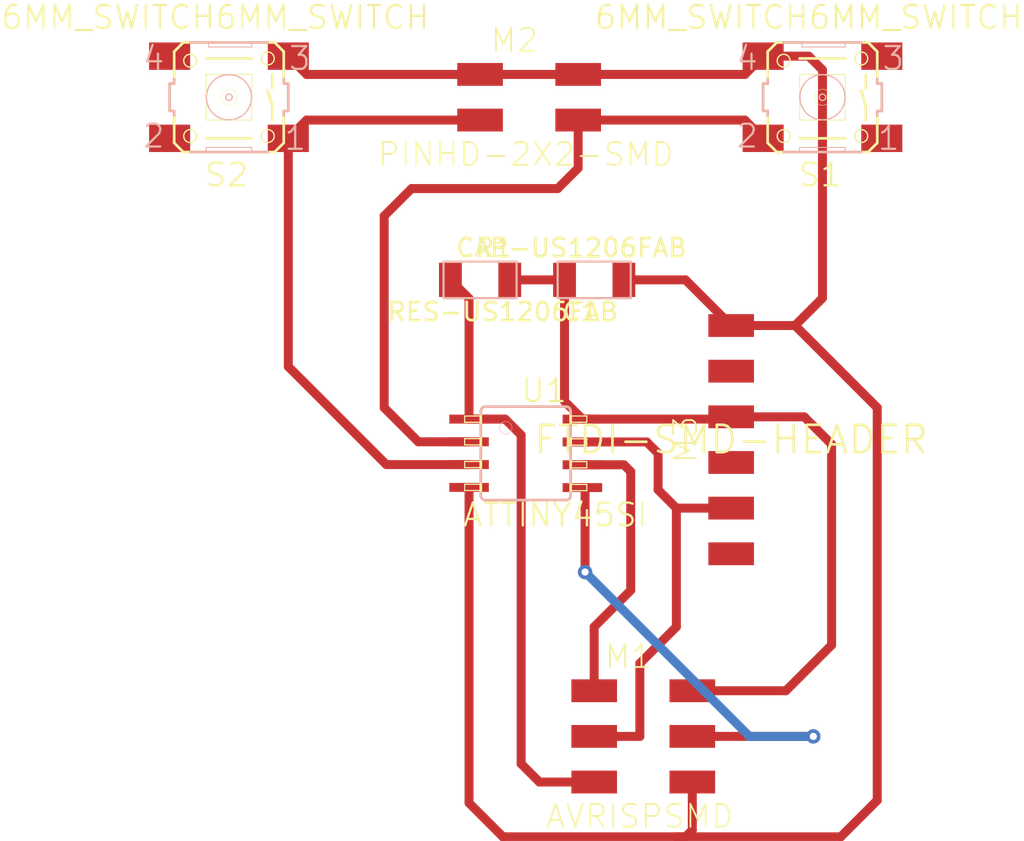
<source format=kicad_pcb>
(kicad_pcb (version 20171130) (host pcbnew 5.0.2-bee76a0~70~ubuntu18.04.1)

  (general
    (thickness 1.6)
    (drawings 0)
    (tracks 76)
    (zones 0)
    (modules 8)
    (nets 16)
  )

  (page A4)
  (layers
    (0 F.Cu signal)
    (31 B.Cu signal)
    (32 B.Adhes user)
    (33 F.Adhes user)
    (34 B.Paste user)
    (35 F.Paste user)
    (36 B.SilkS user)
    (37 F.SilkS user)
    (38 B.Mask user)
    (39 F.Mask user)
    (40 Dwgs.User user)
    (41 Cmts.User user)
    (42 Eco1.User user)
    (43 Eco2.User user)
    (44 Edge.Cuts user)
    (45 Margin user)
    (46 B.CrtYd user)
    (47 F.CrtYd user)
    (48 B.Fab user)
    (49 F.Fab user)
  )

  (setup
    (last_trace_width 0.5)
    (trace_clearance 0.5)
    (zone_clearance 0.508)
    (zone_45_only no)
    (trace_min 0.2)
    (segment_width 0.2)
    (edge_width 0.15)
    (via_size 0.8)
    (via_drill 0.4)
    (via_min_size 0.4)
    (via_min_drill 0.3)
    (uvia_size 0.3)
    (uvia_drill 0.1)
    (uvias_allowed no)
    (uvia_min_size 0.2)
    (uvia_min_drill 0.1)
    (pcb_text_width 0.3)
    (pcb_text_size 1.5 1.5)
    (mod_edge_width 0.15)
    (mod_text_size 1 1)
    (mod_text_width 0.15)
    (pad_size 1.524 1.524)
    (pad_drill 0.762)
    (pad_to_mask_clearance 0.051)
    (solder_mask_min_width 0.25)
    (aux_axis_origin 106.68 116.84)
    (visible_elements FFFFFF7F)
    (pcbplotparams
      (layerselection 0x00000_7fffffff)
      (usegerberextensions false)
      (usegerberattributes false)
      (usegerberadvancedattributes false)
      (creategerberjobfile false)
      (excludeedgelayer true)
      (linewidth 0.100000)
      (plotframeref false)
      (viasonmask false)
      (mode 1)
      (useauxorigin true)
      (hpglpennumber 1)
      (hpglpenspeed 20)
      (hpglpendiameter 15.000000)
      (psnegative false)
      (psa4output false)
      (plotreference true)
      (plotvalue true)
      (plotinvisibletext false)
      (padsonsilk false)
      (subtractmaskfromsilk false)
      (outputformat 1)
      (mirror false)
      (drillshape 0)
      (scaleselection 1)
      (outputdirectory ""))
  )

  (net 0 "")
  (net 1 "Net-(M1-Pad5)")
  (net 2 "Net-(M2-Pad4)")
  (net 3 "Net-(M2-Pad3)")
  (net 4 "Net-(C1-Pad1)")
  (net 5 "Net-(M1-Pad4)")
  (net 6 "Net-(M1-Pad1)")
  (net 7 "Net-(M1-Pad3)")
  (net 8 "Net-(C1-Pad2)")
  (net 9 "Net-(S1-Pad3)")
  (net 10 "Net-(S2-Pad2)")
  (net 11 "Net-(M3-Pad2)")
  (net 12 "Net-(M3-Pad4)")
  (net 13 "Net-(M3-Pad6)")
  (net 14 "Net-(S2-Pad4)")
  (net 15 "Net-(S1-Pad1)")

  (net_class Default "This is the default net class."
    (clearance 0.5)
    (trace_width 0.5)
    (via_dia 0.8)
    (via_drill 0.4)
    (uvia_dia 0.3)
    (uvia_drill 0.1)
    (add_net "Net-(C1-Pad1)")
    (add_net "Net-(C1-Pad2)")
    (add_net "Net-(M1-Pad1)")
    (add_net "Net-(M1-Pad3)")
    (add_net "Net-(M1-Pad4)")
    (add_net "Net-(M1-Pad5)")
    (add_net "Net-(M2-Pad3)")
    (add_net "Net-(M2-Pad4)")
    (add_net "Net-(M3-Pad2)")
    (add_net "Net-(M3-Pad4)")
    (add_net "Net-(M3-Pad6)")
    (add_net "Net-(S1-Pad1)")
    (add_net "Net-(S1-Pad3)")
    (add_net "Net-(S2-Pad2)")
    (add_net "Net-(S2-Pad4)")
  )

  (module fab:fab-1X06SMD (layer F.Cu) (tedit 200000) (tstamp 5CC847F4)
    (at 142.24 90.17)
    (path /5CA415AD)
    (attr smd)
    (fp_text reference M3 (at -2.54 0 90) (layer F.SilkS)
      (effects (font (size 1.27 1.27) (thickness 0.1016)))
    )
    (fp_text value FTDI-SMD-HEADER (at 0 0) (layer F.SilkS)
      (effects (font (size 1.524 1.524) (thickness 0.15)))
    )
    (pad 1 smd rect (at 0 -6.35) (size 2.54 1.27) (layers F.Cu F.Paste F.Mask)
      (net 4 "Net-(C1-Pad1)"))
    (pad 2 smd rect (at 0 -3.81) (size 2.54 1.27) (layers F.Cu F.Paste F.Mask)
      (net 11 "Net-(M3-Pad2)"))
    (pad 3 smd rect (at 0 -1.27) (size 2.54 1.27) (layers F.Cu F.Paste F.Mask)
      (net 8 "Net-(C1-Pad2)"))
    (pad 4 smd rect (at 0 1.27) (size 2.54 1.27) (layers F.Cu F.Paste F.Mask)
      (net 12 "Net-(M3-Pad4)"))
    (pad 5 smd rect (at 0 3.81) (size 2.54 1.27) (layers F.Cu F.Paste F.Mask)
      (net 7 "Net-(M1-Pad3)"))
    (pad 6 smd rect (at 0 6.35) (size 2.54 1.27) (layers F.Cu F.Paste F.Mask)
      (net 13 "Net-(M3-Pad6)"))
    (model Pin_Headers.3dshapes/Pin_Header_Angled_1x06.wrl
      (at (xyz 0 0 0))
      (scale (xyz 1 1 1))
      (rotate (xyz 0 0 90))
    )
  )

  (module fab:fab-2X02SMD (layer F.Cu) (tedit 200000) (tstamp 5CC84ABF)
    (at 130.81 71.12)
    (path /5CA4175A)
    (attr smd)
    (fp_text reference M2 (at -0.635 -3.175) (layer F.SilkS)
      (effects (font (size 1.27 1.27) (thickness 0.1016)))
    )
    (fp_text value PINHD-2X2-SMD (at 0 3.175) (layer F.SilkS)
      (effects (font (size 1.27 1.27) (thickness 0.1016)))
    )
    (pad 1 smd rect (at -2.54 -1.27) (size 2.54 1.27) (layers F.Cu F.Paste F.Mask)
      (net 4 "Net-(C1-Pad1)"))
    (pad 2 smd rect (at 2.91846 -1.27) (size 2.54 1.27) (layers F.Cu F.Paste F.Mask)
      (net 4 "Net-(C1-Pad1)"))
    (pad 3 smd rect (at -2.54 1.27) (size 2.54 1.27) (layers F.Cu F.Paste F.Mask)
      (net 3 "Net-(M2-Pad3)"))
    (pad 4 smd rect (at 2.91846 1.27) (size 2.54 1.27) (layers F.Cu F.Paste F.Mask)
      (net 2 "Net-(M2-Pad4)"))
  )

  (module fab:fab-2X03SMD (layer F.Cu) (tedit 200000) (tstamp 5CC847E2)
    (at 137.16 106.68)
    (path /5CA412F4)
    (attr smd)
    (fp_text reference M1 (at -0.635 -4.445) (layer F.SilkS)
      (effects (font (size 1.27 1.27) (thickness 0.1016)))
    )
    (fp_text value AVRISPSMD (at 0 4.445) (layer F.SilkS)
      (effects (font (size 1.27 1.27) (thickness 0.1016)))
    )
    (pad 1 smd rect (at -2.54 -2.54) (size 2.54 1.27) (layers F.Cu F.Paste F.Mask)
      (net 6 "Net-(M1-Pad1)"))
    (pad 2 smd rect (at 2.91846 -2.54) (size 2.54 1.27) (layers F.Cu F.Paste F.Mask)
      (net 8 "Net-(C1-Pad2)"))
    (pad 3 smd rect (at -2.54 0) (size 2.54 1.27) (layers F.Cu F.Paste F.Mask)
      (net 7 "Net-(M1-Pad3)"))
    (pad 4 smd rect (at 2.91846 0) (size 2.54 1.27) (layers F.Cu F.Paste F.Mask)
      (net 5 "Net-(M1-Pad4)"))
    (pad 5 smd rect (at -2.54 2.54) (size 2.54 1.27) (layers F.Cu F.Paste F.Mask)
      (net 1 "Net-(M1-Pad5)"))
    (pad 6 smd rect (at 2.91846 2.54) (size 2.54 1.27) (layers F.Cu F.Paste F.Mask)
      (net 4 "Net-(C1-Pad1)"))
    (model Pin_Headers.3dshapes/Pin_Header_Straight_2x03.wrl
      (at (xyz 0 0 0))
      (scale (xyz 1 1 1))
      (rotate (xyz 0 0 -90))
    )
  )

  (module fab:fab-6MM_SWITCH (layer F.Cu) (tedit 200000) (tstamp 5CC847D8)
    (at 114.3 71.12 180)
    (descr "OMRON SWITCH")
    (tags "OMRON SWITCH")
    (path /5CA42350)
    (attr smd)
    (fp_text reference S2 (at 0.127 -4.318 180) (layer F.SilkS)
      (effects (font (size 1.27 1.27) (thickness 0.127)))
    )
    (fp_text value 6MM_SWITCH6MM_SWITCH (at 0.762 4.445 180) (layer F.SilkS)
      (effects (font (size 1.27 1.27) (thickness 0.127)))
    )
    (fp_text user 4 (at 4.191 2.159 180) (layer B.SilkS)
      (effects (font (size 1.27 1.27) (thickness 0.127)))
    )
    (fp_text user 3 (at -3.937 2.159 180) (layer B.SilkS)
      (effects (font (size 1.27 1.27) (thickness 0.127)))
    )
    (fp_text user 2 (at 4.191 -2.159 180) (layer B.SilkS)
      (effects (font (size 1.27 1.27) (thickness 0.127)))
    )
    (fp_text user 1 (at -3.683 -2.286 180) (layer B.SilkS)
      (effects (font (size 1.27 1.27) (thickness 0.127)))
    )
    (fp_circle (center 0 0) (end -0.127 0.127) (layer B.SilkS) (width 0.0762))
    (fp_circle (center 0 0) (end -0.3175 0.3175) (layer F.SilkS) (width 0.0254))
    (fp_circle (center -2.159 -2.159) (end -2.413 -2.413) (layer F.SilkS) (width 0.0762))
    (fp_circle (center 2.159 -2.159) (end 2.413 -2.413) (layer F.SilkS) (width 0.0762))
    (fp_circle (center 2.159 2.032) (end 2.413 2.286) (layer F.SilkS) (width 0.0762))
    (fp_circle (center -2.159 2.159) (end -2.413 2.413) (layer F.SilkS) (width 0.0762))
    (fp_circle (center 0 0) (end -0.889 0.889) (layer B.SilkS) (width 0.0762))
    (fp_line (start -2.413 -0.508) (end -2.159 0.381) (layer F.SilkS) (width 0.1524))
    (fp_line (start -2.413 0.508) (end -2.413 1.27) (layer F.SilkS) (width 0.1524))
    (fp_line (start -2.413 -1.27) (end -2.413 -0.508) (layer F.SilkS) (width 0.1524))
    (fp_line (start 1.27 -2.286) (end -1.27 -2.286) (layer F.SilkS) (width 0.1524))
    (fp_line (start -1.27 2.159) (end 1.27 2.159) (layer F.SilkS) (width 0.1524))
    (fp_line (start -3.048 -0.762) (end -3.048 -1.016) (layer B.SilkS) (width 0.1524))
    (fp_line (start -3.048 0.762) (end -3.048 1.016) (layer B.SilkS) (width 0.1524))
    (fp_line (start 3.048 -0.762) (end 3.048 -1.016) (layer B.SilkS) (width 0.1524))
    (fp_line (start 3.048 0.762) (end 3.048 1.016) (layer B.SilkS) (width 0.1524))
    (fp_line (start 1.143 3.048) (end 2.159 3.048) (layer B.SilkS) (width 0.1524))
    (fp_line (start -1.27 3.048) (end 1.143 3.048) (layer B.SilkS) (width 0.1524))
    (fp_line (start -1.27 -3.048) (end -2.159 -3.048) (layer B.SilkS) (width 0.1524))
    (fp_line (start 1.27 -3.048) (end -1.27 -3.048) (layer B.SilkS) (width 0.1524))
    (fp_line (start 2.159 -3.048) (end 1.27 -3.048) (layer B.SilkS) (width 0.1524))
    (fp_line (start 2.54 -3.048) (end 2.159 -3.048) (layer F.SilkS) (width 0.1524))
    (fp_line (start -2.54 -3.048) (end -2.159 -3.048) (layer F.SilkS) (width 0.1524))
    (fp_line (start -2.159 3.048) (end -1.27 3.048) (layer B.SilkS) (width 0.1524))
    (fp_line (start -2.54 3.048) (end -2.159 3.048) (layer F.SilkS) (width 0.1524))
    (fp_line (start 2.54 3.048) (end 2.159 3.048) (layer F.SilkS) (width 0.1524))
    (fp_line (start -1.27 2.794) (end -1.27 3.048) (layer B.SilkS) (width 0.0508))
    (fp_line (start 1.143 2.794) (end 1.143 3.048) (layer B.SilkS) (width 0.0508))
    (fp_line (start 1.143 2.794) (end -1.27 2.794) (layer B.SilkS) (width 0.0508))
    (fp_line (start 1.27 -2.794) (end 1.27 -3.048) (layer B.SilkS) (width 0.0508))
    (fp_line (start 1.27 -2.794) (end -1.27 -2.794) (layer B.SilkS) (width 0.0508))
    (fp_line (start -1.27 -3.048) (end -1.27 -2.794) (layer B.SilkS) (width 0.0508))
    (fp_line (start -1.27 -1.27) (end 1.27 -1.27) (layer F.SilkS) (width 0.0508))
    (fp_line (start 1.27 1.27) (end 1.27 -1.27) (layer F.SilkS) (width 0.0508))
    (fp_line (start 1.27 1.27) (end -1.27 1.27) (layer F.SilkS) (width 0.0508))
    (fp_line (start -1.27 -1.27) (end -1.27 1.27) (layer F.SilkS) (width 0.0508))
    (fp_line (start -3.048 2.54) (end -3.048 1.016) (layer F.SilkS) (width 0.1524))
    (fp_line (start -2.54 3.048) (end -3.048 2.54) (layer F.SilkS) (width 0.1524))
    (fp_line (start -3.048 -2.54) (end -3.048 -1.016) (layer F.SilkS) (width 0.1524))
    (fp_line (start -2.54 -3.048) (end -3.048 -2.54) (layer F.SilkS) (width 0.1524))
    (fp_line (start 3.048 2.54) (end 3.048 1.016) (layer F.SilkS) (width 0.1524))
    (fp_line (start 2.54 3.048) (end 3.048 2.54) (layer F.SilkS) (width 0.1524))
    (fp_line (start 3.048 -2.54) (end 2.54 -3.048) (layer F.SilkS) (width 0.1524))
    (fp_line (start -3.048 0.762) (end -3.302 0.762) (layer B.SilkS) (width 0.1524))
    (fp_line (start -3.302 -0.762) (end -3.302 0.762) (layer B.SilkS) (width 0.1524))
    (fp_line (start -3.302 -0.762) (end -3.048 -0.762) (layer B.SilkS) (width 0.1524))
    (fp_line (start 3.048 -1.016) (end 3.048 -2.54) (layer F.SilkS) (width 0.1524))
    (fp_line (start 3.048 -0.762) (end 3.302 -0.762) (layer B.SilkS) (width 0.1524))
    (fp_line (start 3.302 0.762) (end 3.302 -0.762) (layer B.SilkS) (width 0.1524))
    (fp_line (start 3.302 0.762) (end 3.048 0.762) (layer B.SilkS) (width 0.1524))
    (pad 4 smd rect (at 3.302 2.286 180) (size 2.286 1.524) (layers F.Cu F.Paste F.Mask)
      (net 14 "Net-(S2-Pad4)"))
    (pad 3 smd rect (at -3.302 2.286 180) (size 2.286 1.524) (layers F.Cu F.Paste F.Mask)
      (net 4 "Net-(C1-Pad1)"))
    (pad 2 smd rect (at 3.302 -2.286 180) (size 2.286 1.524) (layers F.Cu F.Paste F.Mask)
      (net 10 "Net-(S2-Pad2)"))
    (pad 1 smd rect (at -3.302 -2.286 180) (size 2.286 1.524) (layers F.Cu F.Paste F.Mask)
      (net 3 "Net-(M2-Pad3)"))
    (model Buttons_Switches_SMD.3dshapes/SW_SPST_PTS645.wrl
      (at (xyz 0 0 0))
      (scale (xyz 1 1 1))
      (rotate (xyz 0 0 0))
    )
  )

  (module fab:fab-6MM_SWITCH (layer F.Cu) (tedit 200000) (tstamp 5CC8479A)
    (at 147.32 71.12 180)
    (descr "OMRON SWITCH")
    (tags "OMRON SWITCH")
    (path /5CA4161A)
    (attr smd)
    (fp_text reference S1 (at 0.127 -4.318 180) (layer F.SilkS)
      (effects (font (size 1.27 1.27) (thickness 0.127)))
    )
    (fp_text value 6MM_SWITCH6MM_SWITCH (at 0.762 4.445 180) (layer F.SilkS)
      (effects (font (size 1.27 1.27) (thickness 0.127)))
    )
    (fp_line (start 3.302 0.762) (end 3.048 0.762) (layer B.SilkS) (width 0.1524))
    (fp_line (start 3.302 0.762) (end 3.302 -0.762) (layer B.SilkS) (width 0.1524))
    (fp_line (start 3.048 -0.762) (end 3.302 -0.762) (layer B.SilkS) (width 0.1524))
    (fp_line (start 3.048 -1.016) (end 3.048 -2.54) (layer F.SilkS) (width 0.1524))
    (fp_line (start -3.302 -0.762) (end -3.048 -0.762) (layer B.SilkS) (width 0.1524))
    (fp_line (start -3.302 -0.762) (end -3.302 0.762) (layer B.SilkS) (width 0.1524))
    (fp_line (start -3.048 0.762) (end -3.302 0.762) (layer B.SilkS) (width 0.1524))
    (fp_line (start 3.048 -2.54) (end 2.54 -3.048) (layer F.SilkS) (width 0.1524))
    (fp_line (start 2.54 3.048) (end 3.048 2.54) (layer F.SilkS) (width 0.1524))
    (fp_line (start 3.048 2.54) (end 3.048 1.016) (layer F.SilkS) (width 0.1524))
    (fp_line (start -2.54 -3.048) (end -3.048 -2.54) (layer F.SilkS) (width 0.1524))
    (fp_line (start -3.048 -2.54) (end -3.048 -1.016) (layer F.SilkS) (width 0.1524))
    (fp_line (start -2.54 3.048) (end -3.048 2.54) (layer F.SilkS) (width 0.1524))
    (fp_line (start -3.048 2.54) (end -3.048 1.016) (layer F.SilkS) (width 0.1524))
    (fp_line (start -1.27 -1.27) (end -1.27 1.27) (layer F.SilkS) (width 0.0508))
    (fp_line (start 1.27 1.27) (end -1.27 1.27) (layer F.SilkS) (width 0.0508))
    (fp_line (start 1.27 1.27) (end 1.27 -1.27) (layer F.SilkS) (width 0.0508))
    (fp_line (start -1.27 -1.27) (end 1.27 -1.27) (layer F.SilkS) (width 0.0508))
    (fp_line (start -1.27 -3.048) (end -1.27 -2.794) (layer B.SilkS) (width 0.0508))
    (fp_line (start 1.27 -2.794) (end -1.27 -2.794) (layer B.SilkS) (width 0.0508))
    (fp_line (start 1.27 -2.794) (end 1.27 -3.048) (layer B.SilkS) (width 0.0508))
    (fp_line (start 1.143 2.794) (end -1.27 2.794) (layer B.SilkS) (width 0.0508))
    (fp_line (start 1.143 2.794) (end 1.143 3.048) (layer B.SilkS) (width 0.0508))
    (fp_line (start -1.27 2.794) (end -1.27 3.048) (layer B.SilkS) (width 0.0508))
    (fp_line (start 2.54 3.048) (end 2.159 3.048) (layer F.SilkS) (width 0.1524))
    (fp_line (start -2.54 3.048) (end -2.159 3.048) (layer F.SilkS) (width 0.1524))
    (fp_line (start -2.159 3.048) (end -1.27 3.048) (layer B.SilkS) (width 0.1524))
    (fp_line (start -2.54 -3.048) (end -2.159 -3.048) (layer F.SilkS) (width 0.1524))
    (fp_line (start 2.54 -3.048) (end 2.159 -3.048) (layer F.SilkS) (width 0.1524))
    (fp_line (start 2.159 -3.048) (end 1.27 -3.048) (layer B.SilkS) (width 0.1524))
    (fp_line (start 1.27 -3.048) (end -1.27 -3.048) (layer B.SilkS) (width 0.1524))
    (fp_line (start -1.27 -3.048) (end -2.159 -3.048) (layer B.SilkS) (width 0.1524))
    (fp_line (start -1.27 3.048) (end 1.143 3.048) (layer B.SilkS) (width 0.1524))
    (fp_line (start 1.143 3.048) (end 2.159 3.048) (layer B.SilkS) (width 0.1524))
    (fp_line (start 3.048 0.762) (end 3.048 1.016) (layer B.SilkS) (width 0.1524))
    (fp_line (start 3.048 -0.762) (end 3.048 -1.016) (layer B.SilkS) (width 0.1524))
    (fp_line (start -3.048 0.762) (end -3.048 1.016) (layer B.SilkS) (width 0.1524))
    (fp_line (start -3.048 -0.762) (end -3.048 -1.016) (layer B.SilkS) (width 0.1524))
    (fp_line (start -1.27 2.159) (end 1.27 2.159) (layer F.SilkS) (width 0.1524))
    (fp_line (start 1.27 -2.286) (end -1.27 -2.286) (layer F.SilkS) (width 0.1524))
    (fp_line (start -2.413 -1.27) (end -2.413 -0.508) (layer F.SilkS) (width 0.1524))
    (fp_line (start -2.413 0.508) (end -2.413 1.27) (layer F.SilkS) (width 0.1524))
    (fp_line (start -2.413 -0.508) (end -2.159 0.381) (layer F.SilkS) (width 0.1524))
    (fp_circle (center 0 0) (end -0.889 0.889) (layer B.SilkS) (width 0.0762))
    (fp_circle (center -2.159 2.159) (end -2.413 2.413) (layer F.SilkS) (width 0.0762))
    (fp_circle (center 2.159 2.032) (end 2.413 2.286) (layer F.SilkS) (width 0.0762))
    (fp_circle (center 2.159 -2.159) (end 2.413 -2.413) (layer F.SilkS) (width 0.0762))
    (fp_circle (center -2.159 -2.159) (end -2.413 -2.413) (layer F.SilkS) (width 0.0762))
    (fp_circle (center 0 0) (end -0.3175 0.3175) (layer F.SilkS) (width 0.0254))
    (fp_circle (center 0 0) (end -0.127 0.127) (layer B.SilkS) (width 0.0762))
    (fp_text user 1 (at -3.683 -2.286 180) (layer B.SilkS)
      (effects (font (size 1.27 1.27) (thickness 0.127)))
    )
    (fp_text user 2 (at 4.191 -2.159 180) (layer B.SilkS)
      (effects (font (size 1.27 1.27) (thickness 0.127)))
    )
    (fp_text user 3 (at -3.937 2.159 180) (layer B.SilkS)
      (effects (font (size 1.27 1.27) (thickness 0.127)))
    )
    (fp_text user 4 (at 4.191 2.159 180) (layer B.SilkS)
      (effects (font (size 1.27 1.27) (thickness 0.127)))
    )
    (pad 1 smd rect (at -3.302 -2.286 180) (size 2.286 1.524) (layers F.Cu F.Paste F.Mask)
      (net 15 "Net-(S1-Pad1)"))
    (pad 2 smd rect (at 3.302 -2.286 180) (size 2.286 1.524) (layers F.Cu F.Paste F.Mask)
      (net 2 "Net-(M2-Pad4)"))
    (pad 3 smd rect (at -3.302 2.286 180) (size 2.286 1.524) (layers F.Cu F.Paste F.Mask)
      (net 9 "Net-(S1-Pad3)"))
    (pad 4 smd rect (at 3.302 2.286 180) (size 2.286 1.524) (layers F.Cu F.Paste F.Mask)
      (net 4 "Net-(C1-Pad1)"))
    (model Buttons_Switches_SMD.3dshapes/SW_SPST_PTS645.wrl
      (at (xyz 0 0 0))
      (scale (xyz 1 1 1))
      (rotate (xyz 0 0 0))
    )
  )

  (module fab:fab-C1206FAB (layer F.Cu) (tedit 200000) (tstamp 5CC8475C)
    (at 134.62 81.28 180)
    (path /5CA41514)
    (attr smd)
    (fp_text reference C1 (at 0.762 -1.778 180) (layer F.SilkS)
      (effects (font (size 1.016 1.016) (thickness 0.1524)))
    )
    (fp_text value CAP-US1206FAB (at 1.27 1.778 180) (layer F.SilkS)
      (effects (font (size 1.016 1.016) (thickness 0.1524)))
    )
    (fp_line (start -2.032 -1.016) (end 2.032 -1.016) (layer B.SilkS) (width 0.127))
    (fp_line (start 2.032 -1.016) (end 2.032 1.016) (layer B.SilkS) (width 0.127))
    (fp_line (start 2.032 1.016) (end -2.032 1.016) (layer B.SilkS) (width 0.127))
    (fp_line (start -2.032 1.016) (end -2.032 -1.016) (layer B.SilkS) (width 0.127))
    (pad 1 smd rect (at -1.651 0 180) (size 1.27 1.905) (layers F.Cu F.Paste F.Mask)
      (net 4 "Net-(C1-Pad1)"))
    (pad 2 smd rect (at 1.651 0 180) (size 1.27 1.905) (layers F.Cu F.Paste F.Mask)
      (net 8 "Net-(C1-Pad2)"))
  )

  (module fab:fab-R1206FAB (layer F.Cu) (tedit 200000) (tstamp 5CC84752)
    (at 128.27 81.28)
    (path /5CA4146D)
    (attr smd)
    (fp_text reference R1 (at 0.762 -1.778) (layer F.SilkS)
      (effects (font (size 1.016 1.016) (thickness 0.1524)))
    )
    (fp_text value RES-US1206FAB (at 1.27 1.778) (layer F.SilkS)
      (effects (font (size 1.016 1.016) (thickness 0.1524)))
    )
    (fp_line (start -2.032 -1.016) (end 2.032 -1.016) (layer B.SilkS) (width 0.127))
    (fp_line (start 2.032 -1.016) (end 2.032 1.016) (layer B.SilkS) (width 0.127))
    (fp_line (start 2.032 1.016) (end -2.032 1.016) (layer B.SilkS) (width 0.127))
    (fp_line (start -2.032 1.016) (end -2.032 -1.016) (layer B.SilkS) (width 0.127))
    (pad 1 smd rect (at -1.651 0) (size 1.27 1.905) (layers F.Cu F.Paste F.Mask)
      (net 1 "Net-(M1-Pad5)"))
    (pad 2 smd rect (at 1.651 0) (size 1.27 1.905) (layers F.Cu F.Paste F.Mask)
      (net 8 "Net-(C1-Pad2)"))
  )

  (module fab:fab-SOIC8 (layer F.Cu) (tedit 200000) (tstamp 5CC84748)
    (at 130.81 90.932 270)
    (descr "WIDE PLASTIC GULL WING SMALL OUTLINE PACKAGE")
    (tags "WIDE PLASTIC GULL WING SMALL OUTLINE PACKAGE")
    (path /5CA41190)
    (attr smd)
    (fp_text reference U1 (at -3.4925 -1.016) (layer F.SilkS)
      (effects (font (size 1.27 1.27) (thickness 0.127)))
    )
    (fp_text value ATTINY45SI (at 3.429 -1.651) (layer F.SilkS)
      (effects (font (size 1.27 1.27) (thickness 0.127)))
    )
    (fp_line (start -2.07772 -2.49936) (end -1.72974 -2.49936) (layer F.SilkS) (width 0.06604))
    (fp_line (start -1.72974 -2.49936) (end -1.72974 -3.39852) (layer F.SilkS) (width 0.06604))
    (fp_line (start -2.07772 -3.39852) (end -1.72974 -3.39852) (layer F.SilkS) (width 0.06604))
    (fp_line (start -2.07772 -2.49936) (end -2.07772 -3.39852) (layer F.SilkS) (width 0.06604))
    (fp_line (start -0.80772 -2.49936) (end -0.45974 -2.49936) (layer F.SilkS) (width 0.06604))
    (fp_line (start -0.45974 -2.49936) (end -0.45974 -3.39852) (layer F.SilkS) (width 0.06604))
    (fp_line (start -0.80772 -3.39852) (end -0.45974 -3.39852) (layer F.SilkS) (width 0.06604))
    (fp_line (start -0.80772 -2.49936) (end -0.80772 -3.39852) (layer F.SilkS) (width 0.06604))
    (fp_line (start 0.45974 -2.49936) (end 0.80772 -2.49936) (layer F.SilkS) (width 0.06604))
    (fp_line (start 0.80772 -2.49936) (end 0.80772 -3.39852) (layer F.SilkS) (width 0.06604))
    (fp_line (start 0.45974 -3.39852) (end 0.80772 -3.39852) (layer F.SilkS) (width 0.06604))
    (fp_line (start 0.45974 -2.49936) (end 0.45974 -3.39852) (layer F.SilkS) (width 0.06604))
    (fp_line (start 1.72974 -2.49936) (end 2.07772 -2.49936) (layer F.SilkS) (width 0.06604))
    (fp_line (start 2.07772 -2.49936) (end 2.07772 -3.39852) (layer F.SilkS) (width 0.06604))
    (fp_line (start 1.72974 -3.39852) (end 2.07772 -3.39852) (layer F.SilkS) (width 0.06604))
    (fp_line (start 1.72974 -2.49936) (end 1.72974 -3.39852) (layer F.SilkS) (width 0.06604))
    (fp_line (start 1.71958 3.39852) (end 2.06756 3.39852) (layer F.SilkS) (width 0.06604))
    (fp_line (start 2.06756 3.39852) (end 2.06756 2.49936) (layer F.SilkS) (width 0.06604))
    (fp_line (start 1.71958 2.49936) (end 2.06756 2.49936) (layer F.SilkS) (width 0.06604))
    (fp_line (start 1.71958 3.39852) (end 1.71958 2.49936) (layer F.SilkS) (width 0.06604))
    (fp_line (start 0.44958 3.39852) (end 0.79756 3.39852) (layer F.SilkS) (width 0.06604))
    (fp_line (start 0.79756 3.39852) (end 0.79756 2.49936) (layer F.SilkS) (width 0.06604))
    (fp_line (start 0.44958 2.49936) (end 0.79756 2.49936) (layer F.SilkS) (width 0.06604))
    (fp_line (start 0.44958 3.39852) (end 0.44958 2.49936) (layer F.SilkS) (width 0.06604))
    (fp_line (start -0.81788 3.39852) (end -0.4699 3.39852) (layer F.SilkS) (width 0.06604))
    (fp_line (start -0.4699 3.39852) (end -0.4699 2.49936) (layer F.SilkS) (width 0.06604))
    (fp_line (start -0.81788 2.49936) (end -0.4699 2.49936) (layer F.SilkS) (width 0.06604))
    (fp_line (start -0.81788 3.39852) (end -0.81788 2.49936) (layer F.SilkS) (width 0.06604))
    (fp_line (start -2.07772 3.39852) (end -1.72974 3.39852) (layer F.SilkS) (width 0.06604))
    (fp_line (start -1.72974 3.39852) (end -1.72974 2.49936) (layer F.SilkS) (width 0.06604))
    (fp_line (start -2.07772 2.49936) (end -1.72974 2.49936) (layer F.SilkS) (width 0.06604))
    (fp_line (start -2.07772 3.39852) (end -2.07772 2.49936) (layer F.SilkS) (width 0.06604))
    (fp_line (start 2.35966 2.49936) (end -2.33934 2.49936) (layer F.SilkS) (width 0.1524))
    (fp_line (start -2.33934 -2.49936) (end 2.35966 -2.49936) (layer F.SilkS) (width 0.1524))
    (fp_line (start -2.2098 -2.49936) (end -2.33934 -2.49936) (layer B.SilkS) (width 0.1524))
    (fp_line (start -1.5875 -2.49936) (end -0.94996 -2.49936) (layer B.SilkS) (width 0.1524))
    (fp_line (start -0.3175 -2.49936) (end 0.3175 -2.49936) (layer B.SilkS) (width 0.1524))
    (fp_line (start 0.94996 -2.49936) (end 1.5875 -2.49936) (layer B.SilkS) (width 0.1524))
    (fp_line (start 2.2098 -2.49936) (end 2.35966 -2.49936) (layer B.SilkS) (width 0.1524))
    (fp_line (start 2.19964 2.49936) (end 2.32918 2.49936) (layer B.SilkS) (width 0.1524))
    (fp_line (start 1.5875 2.49936) (end 0.9398 2.49936) (layer B.SilkS) (width 0.1524))
    (fp_line (start 0.3175 2.49936) (end -0.32766 2.49936) (layer B.SilkS) (width 0.1524))
    (fp_line (start -0.94996 2.49936) (end -1.5875 2.49936) (layer B.SilkS) (width 0.1524))
    (fp_line (start -2.2098 2.49936) (end -2.33934 2.49936) (layer B.SilkS) (width 0.1524))
    (fp_line (start -2.59842 -2.2479) (end -2.59842 2.23774) (layer B.SilkS) (width 0.1524))
    (fp_line (start 2.59842 2.2479) (end 2.59842 -2.2479) (layer B.SilkS) (width 0.1524))
    (fp_circle (center -1.41986 1.11252) (end -1.66878 1.36144) (layer B.SilkS) (width 0.0254))
    (fp_arc (start -2.3495 -2.2479) (end -2.59842 -2.2479) (angle 90) (layer B.SilkS) (width 0.1524))
    (fp_arc (start 2.3495 -2.2479) (end 2.3495 -2.49936) (angle 90) (layer B.SilkS) (width 0.1524))
    (fp_arc (start 2.3495 2.2479) (end 2.59842 2.2479) (angle 90) (layer B.SilkS) (width 0.1524))
    (fp_arc (start -2.3495 2.2479) (end -2.3495 2.49936) (angle 90) (layer B.SilkS) (width 0.1524))
    (pad 1 smd rect (at -1.905 3.15214 270) (size 0.49784 2.19964) (layers F.Cu F.Paste F.Mask)
      (net 1 "Net-(M1-Pad5)"))
    (pad 2 smd rect (at -0.64262 3.15214 270) (size 0.49784 2.19964) (layers F.Cu F.Paste F.Mask)
      (net 2 "Net-(M2-Pad4)"))
    (pad 3 smd rect (at 0.62484 3.15214 270) (size 0.49784 2.19964) (layers F.Cu F.Paste F.Mask)
      (net 3 "Net-(M2-Pad3)"))
    (pad 4 smd rect (at 1.89484 3.15214 270) (size 0.49784 2.19964) (layers F.Cu F.Paste F.Mask)
      (net 4 "Net-(C1-Pad1)"))
    (pad 5 smd rect (at 1.905 -3.15214 270) (size 0.49784 2.19964) (layers F.Cu F.Paste F.Mask)
      (net 5 "Net-(M1-Pad4)"))
    (pad 6 smd rect (at 0.635 -3.15214 270) (size 0.49784 2.19964) (layers F.Cu F.Paste F.Mask)
      (net 6 "Net-(M1-Pad1)"))
    (pad 7 smd rect (at -0.635 -3.15214 270) (size 0.49784 2.19964) (layers F.Cu F.Paste F.Mask)
      (net 7 "Net-(M1-Pad3)"))
    (pad 8 smd rect (at -1.905 -3.15214 270) (size 0.49784 2.19964) (layers F.Cu F.Paste F.Mask)
      (net 8 "Net-(C1-Pad2)"))
  )

  (segment (start 127.65786 82.31886) (end 126.619 81.28) (width 0.5) (layer F.Cu) (net 1))
  (segment (start 127.65786 89.027) (end 127.65786 82.31886) (width 0.5) (layer F.Cu) (net 1))
  (segment (start 134.62 109.22) (end 131.572 109.22) (width 0.5) (layer F.Cu) (net 1))
  (segment (start 131.572 109.22) (end 130.556 108.204) (width 0.5) (layer F.Cu) (net 1))
  (segment (start 130.556 108.204) (end 130.556 89.916) (width 0.5) (layer F.Cu) (net 1))
  (segment (start 129.667 89.027) (end 127.65786 89.027) (width 0.5) (layer F.Cu) (net 1))
  (segment (start 130.556 89.916) (end 129.667 89.027) (width 0.5) (layer F.Cu) (net 1))
  (segment (start 143.002 72.39) (end 144.018 73.406) (width 0.5) (layer F.Cu) (net 2))
  (segment (start 133.72846 72.39) (end 143.002 72.39) (width 0.5) (layer F.Cu) (net 2))
  (segment (start 127.65786 90.28938) (end 124.83338 90.28938) (width 0.5) (layer F.Cu) (net 2))
  (segment (start 124.83338 90.28938) (end 122.936 88.392) (width 0.5) (layer F.Cu) (net 2))
  (segment (start 122.936 88.392) (end 122.936 77.724) (width 0.5) (layer F.Cu) (net 2))
  (segment (start 122.936 77.724) (end 124.46 76.2) (width 0.5) (layer F.Cu) (net 2))
  (segment (start 124.46 76.2) (end 132.588 76.2) (width 0.5) (layer F.Cu) (net 2))
  (segment (start 133.72846 75.05954) (end 133.72846 72.39) (width 0.5) (layer F.Cu) (net 2))
  (segment (start 132.588 76.2) (end 133.72846 75.05954) (width 0.5) (layer F.Cu) (net 2))
  (segment (start 118.618 72.39) (end 117.602 73.406) (width 0.5) (layer F.Cu) (net 3))
  (segment (start 128.27 72.39) (end 118.618 72.39) (width 0.5) (layer F.Cu) (net 3))
  (segment (start 117.602 73.406) (end 117.602 86.106) (width 0.5) (layer F.Cu) (net 3))
  (segment (start 123.05284 91.55684) (end 127.65786 91.55684) (width 0.5) (layer F.Cu) (net 3))
  (segment (start 117.602 86.106) (end 123.05284 91.55684) (width 0.5) (layer F.Cu) (net 3))
  (segment (start 118.618 69.85) (end 117.602 68.834) (width 0.5) (layer F.Cu) (net 4))
  (segment (start 128.27 69.85) (end 118.618 69.85) (width 0.5) (layer F.Cu) (net 4))
  (segment (start 143.002 69.85) (end 144.018 68.834) (width 0.5) (layer F.Cu) (net 4))
  (segment (start 133.72846 69.85) (end 143.002 69.85) (width 0.5) (layer F.Cu) (net 4))
  (segment (start 130.81 69.85) (end 133.72846 69.85) (width 0.5) (layer F.Cu) (net 4))
  (segment (start 128.27 69.85) (end 130.81 69.85) (width 0.5) (layer F.Cu) (net 4))
  (segment (start 139.7 81.28) (end 142.24 83.82) (width 0.5) (layer F.Cu) (net 4))
  (segment (start 136.271 81.28) (end 139.7 81.28) (width 0.5) (layer F.Cu) (net 4))
  (segment (start 127.65786 92.82684) (end 127.65786 110.38586) (width 0.5) (layer F.Cu) (net 4))
  (segment (start 127.65786 110.38586) (end 129.54 112.268) (width 0.5) (layer F.Cu) (net 4))
  (segment (start 140.07846 111.88954) (end 140.07846 109.22) (width 0.5) (layer F.Cu) (net 4))
  (segment (start 139.7 112.268) (end 140.07846 111.88954) (width 0.5) (layer F.Cu) (net 4))
  (segment (start 142.24 83.82) (end 145.796 83.82) (width 0.5) (layer F.Cu) (net 4))
  (segment (start 145.796 83.82) (end 150.368 88.392) (width 0.5) (layer F.Cu) (net 4))
  (segment (start 150.368 88.392) (end 150.368 110.236) (width 0.5) (layer F.Cu) (net 4))
  (segment (start 148.336 112.268) (end 139.192 112.268) (width 0.5) (layer F.Cu) (net 4))
  (segment (start 150.368 110.236) (end 148.336 112.268) (width 0.5) (layer F.Cu) (net 4))
  (segment (start 129.54 112.268) (end 139.192 112.268) (width 0.5) (layer F.Cu) (net 4))
  (segment (start 139.192 112.268) (end 139.7 112.268) (width 0.5) (layer F.Cu) (net 4))
  (segment (start 144.018 68.834) (end 146.558 68.834) (width 0.5) (layer F.Cu) (net 4))
  (segment (start 146.558 68.834) (end 147.32 69.596) (width 0.5) (layer F.Cu) (net 4))
  (segment (start 147.32 82.296) (end 145.796 83.82) (width 0.5) (layer F.Cu) (net 4))
  (segment (start 147.32 69.596) (end 147.32 82.296) (width 0.5) (layer F.Cu) (net 4))
  (via (at 146.812 106.68) (size 0.8) (drill 0.4) (layers F.Cu B.Cu) (net 5))
  (segment (start 140.07846 106.68) (end 146.812 106.68) (width 0.5) (layer F.Cu) (net 5))
  (segment (start 146.812 106.68) (end 143.256 106.68) (width 0.5) (layer B.Cu) (net 5))
  (via (at 134.112 97.536) (size 0.8) (drill 0.4) (layers F.Cu B.Cu) (net 5))
  (segment (start 143.256 106.68) (end 134.112 97.536) (width 0.5) (layer B.Cu) (net 5))
  (segment (start 134.112 97.536) (end 134.112 92.964) (width 0.5) (layer F.Cu) (net 5))
  (segment (start 134.08914 92.964) (end 133.96214 92.837) (width 0.5) (layer F.Cu) (net 5))
  (segment (start 134.112 92.964) (end 134.08914 92.964) (width 0.5) (layer F.Cu) (net 5))
  (segment (start 133.96214 91.567) (end 136.271 91.567) (width 0.5) (layer F.Cu) (net 6))
  (segment (start 136.271 91.567) (end 136.652 91.948) (width 0.5) (layer F.Cu) (net 6))
  (segment (start 136.652 91.948) (end 136.652 98.552) (width 0.5) (layer F.Cu) (net 6))
  (segment (start 134.62 100.584) (end 134.62 104.14) (width 0.5) (layer F.Cu) (net 6))
  (segment (start 136.652 98.552) (end 134.62 100.584) (width 0.5) (layer F.Cu) (net 6))
  (segment (start 133.96214 90.297) (end 137.541 90.297) (width 0.5) (layer F.Cu) (net 7))
  (segment (start 137.541 90.297) (end 138.176 90.932) (width 0.5) (layer F.Cu) (net 7))
  (segment (start 138.176 90.932) (end 138.176 92.964) (width 0.5) (layer F.Cu) (net 7))
  (segment (start 139.192 93.98) (end 142.24 93.98) (width 0.5) (layer F.Cu) (net 7))
  (segment (start 138.176 92.964) (end 139.192 93.98) (width 0.5) (layer F.Cu) (net 7))
  (segment (start 134.62 106.68) (end 137.16 106.68) (width 0.5) (layer F.Cu) (net 7))
  (segment (start 137.16 106.68) (end 137.16 102.616) (width 0.5) (layer F.Cu) (net 7))
  (segment (start 139.192 100.584) (end 139.192 93.98) (width 0.5) (layer F.Cu) (net 7))
  (segment (start 137.16 102.616) (end 139.192 100.584) (width 0.5) (layer F.Cu) (net 7))
  (segment (start 129.921 81.28) (end 132.969 81.28) (width 0.5) (layer F.Cu) (net 8))
  (segment (start 132.969 88.03386) (end 133.96214 89.027) (width 0.5) (layer F.Cu) (net 8))
  (segment (start 132.969 81.28) (end 132.969 88.03386) (width 0.5) (layer F.Cu) (net 8))
  (segment (start 142.113 89.027) (end 142.24 88.9) (width 0.5) (layer F.Cu) (net 8))
  (segment (start 133.96214 89.027) (end 142.113 89.027) (width 0.5) (layer F.Cu) (net 8))
  (segment (start 142.24 88.9) (end 146.304 88.9) (width 0.5) (layer F.Cu) (net 8))
  (segment (start 146.304 88.9) (end 147.828 90.424) (width 0.5) (layer F.Cu) (net 8))
  (segment (start 147.828 90.424) (end 147.828 101.6) (width 0.5) (layer F.Cu) (net 8))
  (segment (start 145.288 104.14) (end 140.07846 104.14) (width 0.5) (layer F.Cu) (net 8))
  (segment (start 147.828 101.6) (end 145.288 104.14) (width 0.5) (layer F.Cu) (net 8))

)

</source>
